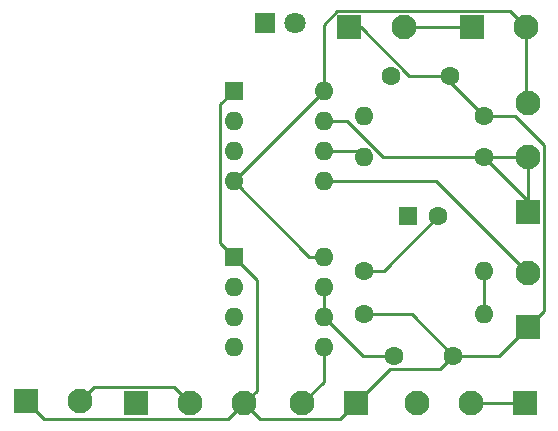
<source format=gbl>
G04 #@! TF.GenerationSoftware,KiCad,Pcbnew,(6.0.2-0)*
G04 #@! TF.CreationDate,2024-09-29T09:11:08-04:00*
G04 #@! TF.ProjectId,Stepped_Tone_Generator,53746570-7065-4645-9f54-6f6e655f4765,rev?*
G04 #@! TF.SameCoordinates,Original*
G04 #@! TF.FileFunction,Copper,L2,Bot*
G04 #@! TF.FilePolarity,Positive*
%FSLAX46Y46*%
G04 Gerber Fmt 4.6, Leading zero omitted, Abs format (unit mm)*
G04 Created by KiCad (PCBNEW (6.0.2-0)) date 2024-09-29 09:11:08*
%MOMM*%
%LPD*%
G01*
G04 APERTURE LIST*
G04 Aperture macros list*
%AMRoundRect*
0 Rectangle with rounded corners*
0 $1 Rounding radius*
0 $2 $3 $4 $5 $6 $7 $8 $9 X,Y pos of 4 corners*
0 Add a 4 corners polygon primitive as box body*
4,1,4,$2,$3,$4,$5,$6,$7,$8,$9,$2,$3,0*
0 Add four circle primitives for the rounded corners*
1,1,$1+$1,$2,$3*
1,1,$1+$1,$4,$5*
1,1,$1+$1,$6,$7*
1,1,$1+$1,$8,$9*
0 Add four rect primitives between the rounded corners*
20,1,$1+$1,$2,$3,$4,$5,0*
20,1,$1+$1,$4,$5,$6,$7,0*
20,1,$1+$1,$6,$7,$8,$9,0*
20,1,$1+$1,$8,$9,$2,$3,0*%
G04 Aperture macros list end*
G04 #@! TA.AperFunction,ComponentPad*
%ADD10C,1.600000*%
G04 #@! TD*
G04 #@! TA.AperFunction,ComponentPad*
%ADD11O,1.600000X1.600000*%
G04 #@! TD*
G04 #@! TA.AperFunction,ComponentPad*
%ADD12RoundRect,0.250001X-0.799999X-0.799999X0.799999X-0.799999X0.799999X0.799999X-0.799999X0.799999X0*%
G04 #@! TD*
G04 #@! TA.AperFunction,ComponentPad*
%ADD13C,2.100000*%
G04 #@! TD*
G04 #@! TA.AperFunction,ComponentPad*
%ADD14R,1.600000X1.600000*%
G04 #@! TD*
G04 #@! TA.AperFunction,ComponentPad*
%ADD15RoundRect,0.250001X0.799999X0.799999X-0.799999X0.799999X-0.799999X-0.799999X0.799999X-0.799999X0*%
G04 #@! TD*
G04 #@! TA.AperFunction,ComponentPad*
%ADD16RoundRect,0.250001X0.799999X-0.799999X0.799999X0.799999X-0.799999X0.799999X-0.799999X-0.799999X0*%
G04 #@! TD*
G04 #@! TA.AperFunction,ComponentPad*
%ADD17R,1.800000X1.800000*%
G04 #@! TD*
G04 #@! TA.AperFunction,ComponentPad*
%ADD18C,1.800000*%
G04 #@! TD*
G04 #@! TA.AperFunction,Conductor*
%ADD19C,0.250000*%
G04 #@! TD*
G04 APERTURE END LIST*
D10*
X157880000Y-61300000D03*
D11*
X147720000Y-61300000D03*
D10*
X147720000Y-74400000D03*
D11*
X157880000Y-74400000D03*
D12*
X128400000Y-85600000D03*
D13*
X133000000Y-85600000D03*
X137600000Y-85600000D03*
D12*
X119100000Y-85400000D03*
D13*
X123700000Y-85400000D03*
D12*
X156900000Y-53800000D03*
D13*
X161500000Y-53800000D03*
D14*
X136700000Y-73200000D03*
D11*
X136700000Y-75740000D03*
X136700000Y-78280000D03*
X136700000Y-80820000D03*
X144320000Y-80820000D03*
X144320000Y-78280000D03*
X144320000Y-75740000D03*
X144320000Y-73200000D03*
D10*
X147720000Y-78100000D03*
D11*
X157880000Y-78100000D03*
D10*
X155300000Y-81600000D03*
X150300000Y-81600000D03*
X157900000Y-64800000D03*
D11*
X147740000Y-64800000D03*
D15*
X161400000Y-85600000D03*
D13*
X156800000Y-85600000D03*
X152200000Y-85600000D03*
D14*
X151494888Y-69800000D03*
D10*
X153994888Y-69800000D03*
D12*
X146500000Y-53800000D03*
D13*
X151100000Y-53800000D03*
D10*
X155000000Y-57900000D03*
X150000000Y-57900000D03*
D16*
X161600000Y-79200000D03*
D13*
X161600000Y-74600000D03*
D14*
X136700000Y-59200000D03*
D11*
X136700000Y-61740000D03*
X136700000Y-64280000D03*
X136700000Y-66820000D03*
X144320000Y-66820000D03*
X144320000Y-64280000D03*
X144320000Y-61740000D03*
X144320000Y-59200000D03*
D16*
X161600000Y-69400000D03*
D13*
X161600000Y-64800000D03*
X161600000Y-60200000D03*
D15*
X147100000Y-85600000D03*
D13*
X142500000Y-85600000D03*
D17*
X139325000Y-53400000D03*
D18*
X141865000Y-53400000D03*
D19*
X147720000Y-74400000D02*
X149394888Y-74400000D01*
X149394888Y-74400000D02*
X153994888Y-69800000D01*
X151800000Y-78100000D02*
X155300000Y-81600000D01*
X147720000Y-78100000D02*
X151800000Y-78100000D01*
X157900000Y-64800000D02*
X161600000Y-64800000D01*
X157900000Y-64800000D02*
X161600000Y-68500000D01*
X161600000Y-68500000D02*
X161600000Y-69400000D01*
X161500000Y-53800000D02*
X160125480Y-52425480D01*
X160125480Y-52425480D02*
X145462027Y-52425480D01*
X145462027Y-52425480D02*
X144320000Y-53567507D01*
X144320000Y-53567507D02*
X144320000Y-59200000D01*
X161600000Y-79200000D02*
X159200000Y-81600000D01*
X159200000Y-81600000D02*
X155300000Y-81600000D01*
X156800000Y-85600000D02*
X161400000Y-85600000D01*
X144320000Y-78280000D02*
X144320000Y-75740000D01*
X150300000Y-81600000D02*
X147640000Y-81600000D01*
X147640000Y-81600000D02*
X144320000Y-78280000D01*
X136700000Y-73200000D02*
X135575489Y-72075489D01*
X135575489Y-72075489D02*
X135575489Y-60324511D01*
X135575489Y-60324511D02*
X136700000Y-59200000D01*
X157880000Y-74400000D02*
X157880000Y-78100000D01*
X157880000Y-61300000D02*
X160500000Y-61300000D01*
X160500000Y-61300000D02*
X162974511Y-63774511D01*
X162974511Y-63774511D02*
X162974511Y-77825489D01*
X162974511Y-77825489D02*
X161600000Y-79200000D01*
X161600000Y-74600000D02*
X153820000Y-66820000D01*
X153820000Y-66820000D02*
X144320000Y-66820000D01*
X161600000Y-69400000D02*
X161600000Y-64800000D01*
X157880000Y-61300000D02*
X155000000Y-58420000D01*
X155000000Y-58420000D02*
X155000000Y-57900000D01*
X144320000Y-64280000D02*
X147220000Y-64280000D01*
X147220000Y-64280000D02*
X147740000Y-64800000D01*
X144320000Y-61740000D02*
X146270300Y-61740000D01*
X146270300Y-61740000D02*
X149330300Y-64800000D01*
X149330300Y-64800000D02*
X157900000Y-64800000D01*
X144320000Y-73200000D02*
X143080000Y-73200000D01*
X143080000Y-73200000D02*
X136700000Y-66820000D01*
X151100000Y-53800000D02*
X156900000Y-53800000D01*
X146500000Y-53800000D02*
X147490300Y-53800000D01*
X147490300Y-53800000D02*
X151590300Y-57900000D01*
X151590300Y-57900000D02*
X155000000Y-57900000D01*
X136700000Y-66820000D02*
X144320000Y-59200000D01*
X161500000Y-53800000D02*
X161500000Y-60100000D01*
X161500000Y-60100000D02*
X161600000Y-60200000D01*
X154175489Y-82724511D02*
X149975489Y-82724511D01*
X120674520Y-86974520D02*
X119100000Y-85400000D01*
X147100000Y-85600000D02*
X145725489Y-86974511D01*
X138650000Y-75150000D02*
X136700000Y-73200000D01*
X138650000Y-84550000D02*
X138650000Y-75150000D01*
X149975489Y-82724511D02*
X147100000Y-85600000D01*
X137600000Y-85600000D02*
X138650000Y-84550000D01*
X136225480Y-86974520D02*
X120674520Y-86974520D01*
X137600000Y-85600000D02*
X136225480Y-86974520D01*
X145725489Y-86974511D02*
X138974511Y-86974511D01*
X138974511Y-86974511D02*
X137600000Y-85600000D01*
X155300000Y-81600000D02*
X154175489Y-82724511D01*
X142500000Y-85600000D02*
X144320000Y-83780000D01*
X144320000Y-83780000D02*
X144320000Y-80820000D01*
X133000000Y-85600000D02*
X131625480Y-84225480D01*
X124874520Y-84225480D02*
X123700000Y-85400000D01*
X131625480Y-84225480D02*
X124874520Y-84225480D01*
M02*

</source>
